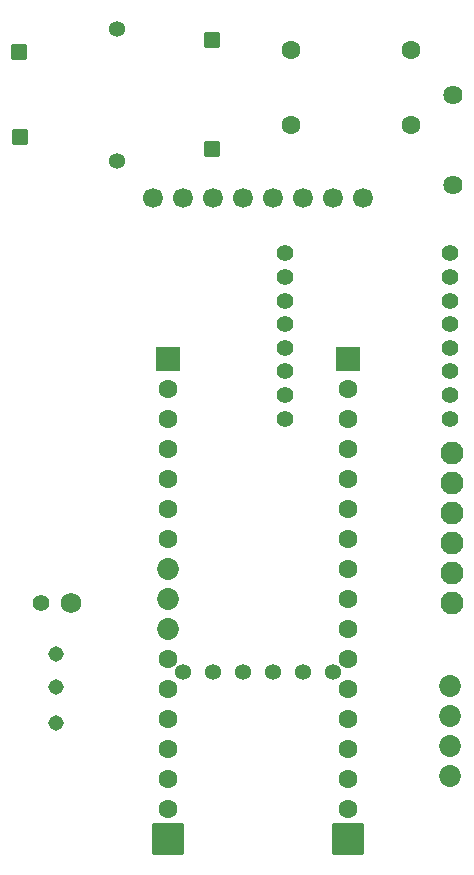
<source format=gts>
G04 Layer: TopSolderMaskLayer*
G04 EasyEDA v6.5.40, 2024-06-27 16:13:32*
G04 238aab5cf2124ce88d5ddd1cd96433f3,df7e7e3c38a3447abd37b529b333d242,10*
G04 Gerber Generator version 0.2*
G04 Scale: 100 percent, Rotated: No, Reflected: No *
G04 Dimensions in millimeters *
G04 leading zeros omitted , absolute positions ,4 integer and 5 decimal *
%FSLAX45Y45*%
%MOMM*%

%AMMACRO1*1,1,$1,$2,$3*1,1,$1,$4,$5*1,1,$1,0-$2,0-$3*1,1,$1,0-$4,0-$5*20,1,$1,$2,$3,$4,$5,0*20,1,$1,$4,$5,0-$2,0-$3,0*20,1,$1,0-$2,0-$3,0-$4,0-$5,0*20,1,$1,0-$4,0-$5,$2,$3,0*4,1,4,$2,$3,$4,$5,0-$2,0-$3,0-$4,0-$5,$2,$3,0*%
%ADD10C,1.4032*%
%ADD11C,1.6916*%
%ADD12C,1.3616*%
%ADD13MACRO1,0.1016X-0.63X0.63X0.63X0.63*%
%ADD14C,1.6256*%
%ADD15C,1.9532*%
%ADD16C,1.3132*%
%ADD17C,1.4016*%
%ADD18C,1.7526*%
%ADD19C,1.8516*%
%ADD20C,1.6016*%
%ADD21C,1.8516*%
%ADD22MACRO1,0.1016X-1X1X1X1*%
%ADD23MACRO1,0.1016X-1.27X1.27X1.27X1.27*%

%LPD*%
D10*
G01*
X2868701Y3325901D03*
G01*
X2868701Y3525901D03*
G01*
X2868701Y3725900D03*
G01*
X2868701Y3925900D03*
G01*
X2868701Y4125899D03*
G01*
X2868701Y4325899D03*
G01*
X2868701Y4525898D03*
G01*
X2868701Y4725898D03*
G01*
X4268698Y4725898D03*
G01*
X4268698Y4525898D03*
G01*
X4268698Y4325899D03*
G01*
X4268698Y4125899D03*
G01*
X4268698Y3925900D03*
G01*
X4268698Y3725900D03*
G01*
X4268698Y3525901D03*
G01*
X4268698Y3325901D03*
D11*
G01*
X1752600Y5192191D03*
G01*
X2006600Y5192191D03*
G01*
X2260600Y5192191D03*
G01*
X2514600Y5192191D03*
G01*
X2768600Y5192191D03*
G01*
X3022600Y5192191D03*
G01*
X3276600Y5192191D03*
G01*
X3530600Y5192191D03*
D12*
G01*
X1447901Y5511800D03*
G01*
X1447901Y6629400D03*
D13*
G01*
X2247900Y5611801D03*
G01*
X2247900Y6529398D03*
G01*
X620702Y6429400D03*
G01*
X626701Y5711799D03*
D14*
G01*
X4292600Y5308600D03*
G01*
X4292600Y6070600D03*
D15*
G01*
X4279900Y1765300D03*
G01*
X4279900Y2019300D03*
G01*
X4279900Y2273300D03*
G01*
X4279900Y2527300D03*
G01*
X4279900Y2781300D03*
G01*
X4279900Y3035300D03*
D16*
G01*
X927100Y1333500D03*
G01*
X927100Y1054100D03*
G01*
X927100Y749300D03*
D17*
G01*
X800100Y1765300D03*
D18*
G01*
X1054100Y1765300D03*
D19*
G01*
X4267200Y1066800D03*
G01*
X4267200Y812800D03*
G01*
X4267200Y558800D03*
G01*
X4267200Y304800D03*
D12*
G01*
X2006600Y1181988D03*
G01*
X2260600Y1181988D03*
G01*
X2514600Y1181988D03*
G01*
X2768600Y1181988D03*
G01*
X3022600Y1181988D03*
G01*
X3276600Y1181988D03*
D20*
G01*
X2921000Y6451600D03*
G01*
X3937000Y6451600D03*
G01*
X3937000Y5816600D03*
G01*
X2921000Y5816600D03*
G01*
X1879600Y3581400D03*
G01*
X1879600Y3327400D03*
G01*
X1879600Y3073400D03*
G01*
X1879600Y2819400D03*
G01*
X1879600Y2565400D03*
G01*
X1879600Y2311400D03*
D21*
G01*
X1879600Y2057400D03*
G01*
X1879600Y1803400D03*
G01*
X1879600Y1549400D03*
D20*
G01*
X1879600Y1295400D03*
G01*
X1879600Y1041400D03*
G01*
X1879600Y787400D03*
G01*
X1879600Y533400D03*
G01*
X1879600Y279400D03*
G01*
X1879600Y25400D03*
G01*
X3403600Y25400D03*
G01*
X3403600Y279400D03*
G01*
X3403600Y533400D03*
G01*
X3403600Y787400D03*
G01*
X3403600Y1041400D03*
G01*
X3403600Y1295400D03*
G01*
X3403600Y1549400D03*
G01*
X3403600Y1803400D03*
G01*
X3403600Y2057400D03*
G01*
X3403600Y2311400D03*
G01*
X3403600Y2565400D03*
G01*
X3403600Y2819400D03*
G01*
X3403600Y3073400D03*
G01*
X3403600Y3327400D03*
G01*
X3403600Y3581400D03*
D22*
G01*
X3403600Y3835400D03*
G01*
X1879600Y3835400D03*
D23*
G01*
X1879600Y-228600D03*
G01*
X3403600Y-228600D03*
M02*

</source>
